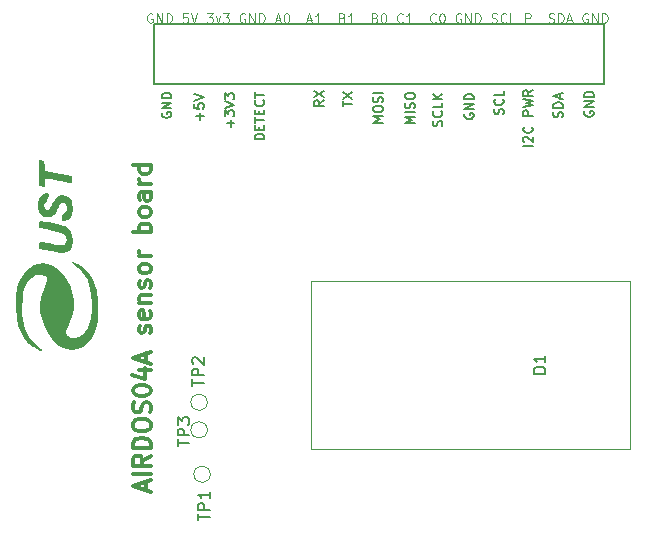
<source format=gbr>
%TF.GenerationSoftware,KiCad,Pcbnew,7.0.8-7.0.8~ubuntu23.04.1*%
%TF.CreationDate,2023-11-12T20:22:20+00:00*%
%TF.ProjectId,AIRDOS04_sensor,41495244-4f53-4303-945f-73656e736f72,REV*%
%TF.SameCoordinates,PX66dd020PY81342c0*%
%TF.FileFunction,Legend,Top*%
%TF.FilePolarity,Positive*%
%FSLAX46Y46*%
G04 Gerber Fmt 4.6, Leading zero omitted, Abs format (unit mm)*
G04 Created by KiCad (PCBNEW 7.0.8-7.0.8~ubuntu23.04.1) date 2023-11-12 20:22:20*
%MOMM*%
%LPD*%
G01*
G04 APERTURE LIST*
%ADD10C,0.150000*%
%ADD11C,0.300000*%
%ADD12C,0.100000*%
%ADD13C,0.120000*%
G04 APERTURE END LIST*
D10*
X22336390Y47135808D02*
X22298295Y47059618D01*
X22298295Y47059618D02*
X22298295Y46945332D01*
X22298295Y46945332D02*
X22336390Y46831046D01*
X22336390Y46831046D02*
X22412580Y46754856D01*
X22412580Y46754856D02*
X22488771Y46716761D01*
X22488771Y46716761D02*
X22641152Y46678665D01*
X22641152Y46678665D02*
X22755438Y46678665D01*
X22755438Y46678665D02*
X22907819Y46716761D01*
X22907819Y46716761D02*
X22984009Y46754856D01*
X22984009Y46754856D02*
X23060200Y46831046D01*
X23060200Y46831046D02*
X23098295Y46945332D01*
X23098295Y46945332D02*
X23098295Y47021523D01*
X23098295Y47021523D02*
X23060200Y47135808D01*
X23060200Y47135808D02*
X23022104Y47173904D01*
X23022104Y47173904D02*
X22755438Y47173904D01*
X22755438Y47173904D02*
X22755438Y47021523D01*
X23098295Y47516761D02*
X22298295Y47516761D01*
X22298295Y47516761D02*
X23098295Y47973904D01*
X23098295Y47973904D02*
X22298295Y47973904D01*
X23098295Y48354856D02*
X22298295Y48354856D01*
X22298295Y48354856D02*
X22298295Y48545332D01*
X22298295Y48545332D02*
X22336390Y48659618D01*
X22336390Y48659618D02*
X22412580Y48735808D01*
X22412580Y48735808D02*
X22488771Y48773903D01*
X22488771Y48773903D02*
X22641152Y48811999D01*
X22641152Y48811999D02*
X22755438Y48811999D01*
X22755438Y48811999D02*
X22907819Y48773903D01*
X22907819Y48773903D02*
X22984009Y48735808D01*
X22984009Y48735808D02*
X23060200Y48659618D01*
X23060200Y48659618D02*
X23098295Y48545332D01*
X23098295Y48545332D02*
X23098295Y48354856D01*
X37589095Y47669275D02*
X37589095Y48126418D01*
X38389095Y47897846D02*
X37589095Y47897846D01*
X37589095Y48316894D02*
X38389095Y48850228D01*
X37589095Y48850228D02*
X38389095Y48316894D01*
X45996400Y45992865D02*
X46034495Y46107151D01*
X46034495Y46107151D02*
X46034495Y46297627D01*
X46034495Y46297627D02*
X45996400Y46373818D01*
X45996400Y46373818D02*
X45958304Y46411913D01*
X45958304Y46411913D02*
X45882114Y46450008D01*
X45882114Y46450008D02*
X45805923Y46450008D01*
X45805923Y46450008D02*
X45729733Y46411913D01*
X45729733Y46411913D02*
X45691638Y46373818D01*
X45691638Y46373818D02*
X45653542Y46297627D01*
X45653542Y46297627D02*
X45615447Y46145246D01*
X45615447Y46145246D02*
X45577352Y46069056D01*
X45577352Y46069056D02*
X45539257Y46030961D01*
X45539257Y46030961D02*
X45463066Y45992865D01*
X45463066Y45992865D02*
X45386876Y45992865D01*
X45386876Y45992865D02*
X45310685Y46030961D01*
X45310685Y46030961D02*
X45272590Y46069056D01*
X45272590Y46069056D02*
X45234495Y46145246D01*
X45234495Y46145246D02*
X45234495Y46335723D01*
X45234495Y46335723D02*
X45272590Y46450008D01*
X45958304Y47250009D02*
X45996400Y47211913D01*
X45996400Y47211913D02*
X46034495Y47097628D01*
X46034495Y47097628D02*
X46034495Y47021437D01*
X46034495Y47021437D02*
X45996400Y46907151D01*
X45996400Y46907151D02*
X45920209Y46830961D01*
X45920209Y46830961D02*
X45844019Y46792866D01*
X45844019Y46792866D02*
X45691638Y46754770D01*
X45691638Y46754770D02*
X45577352Y46754770D01*
X45577352Y46754770D02*
X45424971Y46792866D01*
X45424971Y46792866D02*
X45348780Y46830961D01*
X45348780Y46830961D02*
X45272590Y46907151D01*
X45272590Y46907151D02*
X45234495Y47021437D01*
X45234495Y47021437D02*
X45234495Y47097628D01*
X45234495Y47097628D02*
X45272590Y47211913D01*
X45272590Y47211913D02*
X45310685Y47250009D01*
X46034495Y47973818D02*
X46034495Y47592866D01*
X46034495Y47592866D02*
X45234495Y47592866D01*
X46034495Y48240485D02*
X45234495Y48240485D01*
X46034495Y48697628D02*
X45577352Y48354770D01*
X45234495Y48697628D02*
X45691638Y48240485D01*
X36001495Y48164504D02*
X35620542Y47897837D01*
X36001495Y47707361D02*
X35201495Y47707361D01*
X35201495Y47707361D02*
X35201495Y48012123D01*
X35201495Y48012123D02*
X35239590Y48088313D01*
X35239590Y48088313D02*
X35277685Y48126408D01*
X35277685Y48126408D02*
X35353876Y48164504D01*
X35353876Y48164504D02*
X35468161Y48164504D01*
X35468161Y48164504D02*
X35544352Y48126408D01*
X35544352Y48126408D02*
X35582447Y48088313D01*
X35582447Y48088313D02*
X35620542Y48012123D01*
X35620542Y48012123D02*
X35620542Y47707361D01*
X35201495Y48431170D02*
X36001495Y48964504D01*
X35201495Y48964504D02*
X36001495Y48431170D01*
X28102133Y45903961D02*
X28102133Y46513484D01*
X28406895Y46208723D02*
X27797371Y46208723D01*
X27606895Y46818246D02*
X27606895Y47313484D01*
X27606895Y47313484D02*
X27911657Y47046818D01*
X27911657Y47046818D02*
X27911657Y47161103D01*
X27911657Y47161103D02*
X27949752Y47237294D01*
X27949752Y47237294D02*
X27987847Y47275389D01*
X27987847Y47275389D02*
X28064038Y47313484D01*
X28064038Y47313484D02*
X28254514Y47313484D01*
X28254514Y47313484D02*
X28330704Y47275389D01*
X28330704Y47275389D02*
X28368800Y47237294D01*
X28368800Y47237294D02*
X28406895Y47161103D01*
X28406895Y47161103D02*
X28406895Y46932532D01*
X28406895Y46932532D02*
X28368800Y46856341D01*
X28368800Y46856341D02*
X28330704Y46818246D01*
X27606895Y47542056D02*
X28406895Y47808723D01*
X28406895Y47808723D02*
X27606895Y48075389D01*
X27606895Y48265865D02*
X27606895Y48761103D01*
X27606895Y48761103D02*
X27911657Y48494437D01*
X27911657Y48494437D02*
X27911657Y48608722D01*
X27911657Y48608722D02*
X27949752Y48684913D01*
X27949752Y48684913D02*
X27987847Y48723008D01*
X27987847Y48723008D02*
X28064038Y48761103D01*
X28064038Y48761103D02*
X28254514Y48761103D01*
X28254514Y48761103D02*
X28330704Y48723008D01*
X28330704Y48723008D02*
X28368800Y48684913D01*
X28368800Y48684913D02*
X28406895Y48608722D01*
X28406895Y48608722D02*
X28406895Y48380151D01*
X28406895Y48380151D02*
X28368800Y48303960D01*
X28368800Y48303960D02*
X28330704Y48265865D01*
D11*
X20913757Y15166687D02*
X20913757Y15880972D01*
X21342328Y15023830D02*
X19842328Y15523830D01*
X19842328Y15523830D02*
X21342328Y16023830D01*
X21342328Y16523829D02*
X19842328Y16523829D01*
X21342328Y18095258D02*
X20628042Y17595258D01*
X21342328Y17238115D02*
X19842328Y17238115D01*
X19842328Y17238115D02*
X19842328Y17809544D01*
X19842328Y17809544D02*
X19913757Y17952401D01*
X19913757Y17952401D02*
X19985185Y18023830D01*
X19985185Y18023830D02*
X20128042Y18095258D01*
X20128042Y18095258D02*
X20342328Y18095258D01*
X20342328Y18095258D02*
X20485185Y18023830D01*
X20485185Y18023830D02*
X20556614Y17952401D01*
X20556614Y17952401D02*
X20628042Y17809544D01*
X20628042Y17809544D02*
X20628042Y17238115D01*
X21342328Y18738115D02*
X19842328Y18738115D01*
X19842328Y18738115D02*
X19842328Y19095258D01*
X19842328Y19095258D02*
X19913757Y19309544D01*
X19913757Y19309544D02*
X20056614Y19452401D01*
X20056614Y19452401D02*
X20199471Y19523830D01*
X20199471Y19523830D02*
X20485185Y19595258D01*
X20485185Y19595258D02*
X20699471Y19595258D01*
X20699471Y19595258D02*
X20985185Y19523830D01*
X20985185Y19523830D02*
X21128042Y19452401D01*
X21128042Y19452401D02*
X21270900Y19309544D01*
X21270900Y19309544D02*
X21342328Y19095258D01*
X21342328Y19095258D02*
X21342328Y18738115D01*
X19842328Y20523830D02*
X19842328Y20809544D01*
X19842328Y20809544D02*
X19913757Y20952401D01*
X19913757Y20952401D02*
X20056614Y21095258D01*
X20056614Y21095258D02*
X20342328Y21166687D01*
X20342328Y21166687D02*
X20842328Y21166687D01*
X20842328Y21166687D02*
X21128042Y21095258D01*
X21128042Y21095258D02*
X21270900Y20952401D01*
X21270900Y20952401D02*
X21342328Y20809544D01*
X21342328Y20809544D02*
X21342328Y20523830D01*
X21342328Y20523830D02*
X21270900Y20380972D01*
X21270900Y20380972D02*
X21128042Y20238115D01*
X21128042Y20238115D02*
X20842328Y20166687D01*
X20842328Y20166687D02*
X20342328Y20166687D01*
X20342328Y20166687D02*
X20056614Y20238115D01*
X20056614Y20238115D02*
X19913757Y20380972D01*
X19913757Y20380972D02*
X19842328Y20523830D01*
X21270900Y21738116D02*
X21342328Y21952401D01*
X21342328Y21952401D02*
X21342328Y22309544D01*
X21342328Y22309544D02*
X21270900Y22452401D01*
X21270900Y22452401D02*
X21199471Y22523830D01*
X21199471Y22523830D02*
X21056614Y22595259D01*
X21056614Y22595259D02*
X20913757Y22595259D01*
X20913757Y22595259D02*
X20770900Y22523830D01*
X20770900Y22523830D02*
X20699471Y22452401D01*
X20699471Y22452401D02*
X20628042Y22309544D01*
X20628042Y22309544D02*
X20556614Y22023830D01*
X20556614Y22023830D02*
X20485185Y21880973D01*
X20485185Y21880973D02*
X20413757Y21809544D01*
X20413757Y21809544D02*
X20270900Y21738116D01*
X20270900Y21738116D02*
X20128042Y21738116D01*
X20128042Y21738116D02*
X19985185Y21809544D01*
X19985185Y21809544D02*
X19913757Y21880973D01*
X19913757Y21880973D02*
X19842328Y22023830D01*
X19842328Y22023830D02*
X19842328Y22380973D01*
X19842328Y22380973D02*
X19913757Y22595259D01*
X19842328Y23523830D02*
X19842328Y23666687D01*
X19842328Y23666687D02*
X19913757Y23809544D01*
X19913757Y23809544D02*
X19985185Y23880972D01*
X19985185Y23880972D02*
X20128042Y23952401D01*
X20128042Y23952401D02*
X20413757Y24023830D01*
X20413757Y24023830D02*
X20770900Y24023830D01*
X20770900Y24023830D02*
X21056614Y23952401D01*
X21056614Y23952401D02*
X21199471Y23880972D01*
X21199471Y23880972D02*
X21270900Y23809544D01*
X21270900Y23809544D02*
X21342328Y23666687D01*
X21342328Y23666687D02*
X21342328Y23523830D01*
X21342328Y23523830D02*
X21270900Y23380972D01*
X21270900Y23380972D02*
X21199471Y23309544D01*
X21199471Y23309544D02*
X21056614Y23238115D01*
X21056614Y23238115D02*
X20770900Y23166687D01*
X20770900Y23166687D02*
X20413757Y23166687D01*
X20413757Y23166687D02*
X20128042Y23238115D01*
X20128042Y23238115D02*
X19985185Y23309544D01*
X19985185Y23309544D02*
X19913757Y23380972D01*
X19913757Y23380972D02*
X19842328Y23523830D01*
X20342328Y25309543D02*
X21342328Y25309543D01*
X19770900Y24952401D02*
X20842328Y24595258D01*
X20842328Y24595258D02*
X20842328Y25523829D01*
X20913757Y26023829D02*
X20913757Y26738114D01*
X21342328Y25880972D02*
X19842328Y26380972D01*
X19842328Y26380972D02*
X21342328Y26880972D01*
X21270900Y28452400D02*
X21342328Y28595257D01*
X21342328Y28595257D02*
X21342328Y28880971D01*
X21342328Y28880971D02*
X21270900Y29023828D01*
X21270900Y29023828D02*
X21128042Y29095257D01*
X21128042Y29095257D02*
X21056614Y29095257D01*
X21056614Y29095257D02*
X20913757Y29023828D01*
X20913757Y29023828D02*
X20842328Y28880971D01*
X20842328Y28880971D02*
X20842328Y28666685D01*
X20842328Y28666685D02*
X20770900Y28523828D01*
X20770900Y28523828D02*
X20628042Y28452400D01*
X20628042Y28452400D02*
X20556614Y28452400D01*
X20556614Y28452400D02*
X20413757Y28523828D01*
X20413757Y28523828D02*
X20342328Y28666685D01*
X20342328Y28666685D02*
X20342328Y28880971D01*
X20342328Y28880971D02*
X20413757Y29023828D01*
X21270900Y30309543D02*
X21342328Y30166686D01*
X21342328Y30166686D02*
X21342328Y29880971D01*
X21342328Y29880971D02*
X21270900Y29738114D01*
X21270900Y29738114D02*
X21128042Y29666686D01*
X21128042Y29666686D02*
X20556614Y29666686D01*
X20556614Y29666686D02*
X20413757Y29738114D01*
X20413757Y29738114D02*
X20342328Y29880971D01*
X20342328Y29880971D02*
X20342328Y30166686D01*
X20342328Y30166686D02*
X20413757Y30309543D01*
X20413757Y30309543D02*
X20556614Y30380971D01*
X20556614Y30380971D02*
X20699471Y30380971D01*
X20699471Y30380971D02*
X20842328Y29666686D01*
X20342328Y31023828D02*
X21342328Y31023828D01*
X20485185Y31023828D02*
X20413757Y31095257D01*
X20413757Y31095257D02*
X20342328Y31238114D01*
X20342328Y31238114D02*
X20342328Y31452400D01*
X20342328Y31452400D02*
X20413757Y31595257D01*
X20413757Y31595257D02*
X20556614Y31666685D01*
X20556614Y31666685D02*
X21342328Y31666685D01*
X21270900Y32309543D02*
X21342328Y32452400D01*
X21342328Y32452400D02*
X21342328Y32738114D01*
X21342328Y32738114D02*
X21270900Y32880971D01*
X21270900Y32880971D02*
X21128042Y32952400D01*
X21128042Y32952400D02*
X21056614Y32952400D01*
X21056614Y32952400D02*
X20913757Y32880971D01*
X20913757Y32880971D02*
X20842328Y32738114D01*
X20842328Y32738114D02*
X20842328Y32523828D01*
X20842328Y32523828D02*
X20770900Y32380971D01*
X20770900Y32380971D02*
X20628042Y32309543D01*
X20628042Y32309543D02*
X20556614Y32309543D01*
X20556614Y32309543D02*
X20413757Y32380971D01*
X20413757Y32380971D02*
X20342328Y32523828D01*
X20342328Y32523828D02*
X20342328Y32738114D01*
X20342328Y32738114D02*
X20413757Y32880971D01*
X21342328Y33809543D02*
X21270900Y33666686D01*
X21270900Y33666686D02*
X21199471Y33595257D01*
X21199471Y33595257D02*
X21056614Y33523829D01*
X21056614Y33523829D02*
X20628042Y33523829D01*
X20628042Y33523829D02*
X20485185Y33595257D01*
X20485185Y33595257D02*
X20413757Y33666686D01*
X20413757Y33666686D02*
X20342328Y33809543D01*
X20342328Y33809543D02*
X20342328Y34023829D01*
X20342328Y34023829D02*
X20413757Y34166686D01*
X20413757Y34166686D02*
X20485185Y34238114D01*
X20485185Y34238114D02*
X20628042Y34309543D01*
X20628042Y34309543D02*
X21056614Y34309543D01*
X21056614Y34309543D02*
X21199471Y34238114D01*
X21199471Y34238114D02*
X21270900Y34166686D01*
X21270900Y34166686D02*
X21342328Y34023829D01*
X21342328Y34023829D02*
X21342328Y33809543D01*
X21342328Y34952400D02*
X20342328Y34952400D01*
X20628042Y34952400D02*
X20485185Y35023829D01*
X20485185Y35023829D02*
X20413757Y35095257D01*
X20413757Y35095257D02*
X20342328Y35238115D01*
X20342328Y35238115D02*
X20342328Y35380972D01*
X21342328Y37023828D02*
X19842328Y37023828D01*
X20413757Y37023828D02*
X20342328Y37166685D01*
X20342328Y37166685D02*
X20342328Y37452400D01*
X20342328Y37452400D02*
X20413757Y37595257D01*
X20413757Y37595257D02*
X20485185Y37666685D01*
X20485185Y37666685D02*
X20628042Y37738114D01*
X20628042Y37738114D02*
X21056614Y37738114D01*
X21056614Y37738114D02*
X21199471Y37666685D01*
X21199471Y37666685D02*
X21270900Y37595257D01*
X21270900Y37595257D02*
X21342328Y37452400D01*
X21342328Y37452400D02*
X21342328Y37166685D01*
X21342328Y37166685D02*
X21270900Y37023828D01*
X21342328Y38595257D02*
X21270900Y38452400D01*
X21270900Y38452400D02*
X21199471Y38380971D01*
X21199471Y38380971D02*
X21056614Y38309543D01*
X21056614Y38309543D02*
X20628042Y38309543D01*
X20628042Y38309543D02*
X20485185Y38380971D01*
X20485185Y38380971D02*
X20413757Y38452400D01*
X20413757Y38452400D02*
X20342328Y38595257D01*
X20342328Y38595257D02*
X20342328Y38809543D01*
X20342328Y38809543D02*
X20413757Y38952400D01*
X20413757Y38952400D02*
X20485185Y39023828D01*
X20485185Y39023828D02*
X20628042Y39095257D01*
X20628042Y39095257D02*
X21056614Y39095257D01*
X21056614Y39095257D02*
X21199471Y39023828D01*
X21199471Y39023828D02*
X21270900Y38952400D01*
X21270900Y38952400D02*
X21342328Y38809543D01*
X21342328Y38809543D02*
X21342328Y38595257D01*
X21342328Y40380971D02*
X20556614Y40380971D01*
X20556614Y40380971D02*
X20413757Y40309543D01*
X20413757Y40309543D02*
X20342328Y40166686D01*
X20342328Y40166686D02*
X20342328Y39880971D01*
X20342328Y39880971D02*
X20413757Y39738114D01*
X21270900Y40380971D02*
X21342328Y40238114D01*
X21342328Y40238114D02*
X21342328Y39880971D01*
X21342328Y39880971D02*
X21270900Y39738114D01*
X21270900Y39738114D02*
X21128042Y39666686D01*
X21128042Y39666686D02*
X20985185Y39666686D01*
X20985185Y39666686D02*
X20842328Y39738114D01*
X20842328Y39738114D02*
X20770900Y39880971D01*
X20770900Y39880971D02*
X20770900Y40238114D01*
X20770900Y40238114D02*
X20699471Y40380971D01*
X21342328Y41095257D02*
X20342328Y41095257D01*
X20628042Y41095257D02*
X20485185Y41166686D01*
X20485185Y41166686D02*
X20413757Y41238114D01*
X20413757Y41238114D02*
X20342328Y41380972D01*
X20342328Y41380972D02*
X20342328Y41523829D01*
X21342328Y42666685D02*
X19842328Y42666685D01*
X21270900Y42666685D02*
X21342328Y42523828D01*
X21342328Y42523828D02*
X21342328Y42238114D01*
X21342328Y42238114D02*
X21270900Y42095257D01*
X21270900Y42095257D02*
X21199471Y42023828D01*
X21199471Y42023828D02*
X21056614Y41952400D01*
X21056614Y41952400D02*
X20628042Y41952400D01*
X20628042Y41952400D02*
X20485185Y42023828D01*
X20485185Y42023828D02*
X20413757Y42095257D01*
X20413757Y42095257D02*
X20342328Y42238114D01*
X20342328Y42238114D02*
X20342328Y42523828D01*
X20342328Y42523828D02*
X20413757Y42666685D01*
D10*
X30946895Y44862561D02*
X30146895Y44862561D01*
X30146895Y44862561D02*
X30146895Y45053037D01*
X30146895Y45053037D02*
X30184990Y45167323D01*
X30184990Y45167323D02*
X30261180Y45243513D01*
X30261180Y45243513D02*
X30337371Y45281608D01*
X30337371Y45281608D02*
X30489752Y45319704D01*
X30489752Y45319704D02*
X30604038Y45319704D01*
X30604038Y45319704D02*
X30756419Y45281608D01*
X30756419Y45281608D02*
X30832609Y45243513D01*
X30832609Y45243513D02*
X30908800Y45167323D01*
X30908800Y45167323D02*
X30946895Y45053037D01*
X30946895Y45053037D02*
X30946895Y44862561D01*
X30527847Y45662561D02*
X30527847Y45929227D01*
X30946895Y46043513D02*
X30946895Y45662561D01*
X30946895Y45662561D02*
X30146895Y45662561D01*
X30146895Y45662561D02*
X30146895Y46043513D01*
X30146895Y46272085D02*
X30146895Y46729228D01*
X30946895Y46500656D02*
X30146895Y46500656D01*
X30527847Y46995895D02*
X30527847Y47262561D01*
X30946895Y47376847D02*
X30946895Y46995895D01*
X30946895Y46995895D02*
X30146895Y46995895D01*
X30146895Y46995895D02*
X30146895Y47376847D01*
X30870704Y48176848D02*
X30908800Y48138752D01*
X30908800Y48138752D02*
X30946895Y48024467D01*
X30946895Y48024467D02*
X30946895Y47948276D01*
X30946895Y47948276D02*
X30908800Y47833990D01*
X30908800Y47833990D02*
X30832609Y47757800D01*
X30832609Y47757800D02*
X30756419Y47719705D01*
X30756419Y47719705D02*
X30604038Y47681609D01*
X30604038Y47681609D02*
X30489752Y47681609D01*
X30489752Y47681609D02*
X30337371Y47719705D01*
X30337371Y47719705D02*
X30261180Y47757800D01*
X30261180Y47757800D02*
X30184990Y47833990D01*
X30184990Y47833990D02*
X30146895Y47948276D01*
X30146895Y47948276D02*
X30146895Y48024467D01*
X30146895Y48024467D02*
X30184990Y48138752D01*
X30184990Y48138752D02*
X30223085Y48176848D01*
X30146895Y48405419D02*
X30146895Y48862562D01*
X30946895Y48633990D02*
X30146895Y48633990D01*
X47939590Y47034208D02*
X47901495Y46958018D01*
X47901495Y46958018D02*
X47901495Y46843732D01*
X47901495Y46843732D02*
X47939590Y46729446D01*
X47939590Y46729446D02*
X48015780Y46653256D01*
X48015780Y46653256D02*
X48091971Y46615161D01*
X48091971Y46615161D02*
X48244352Y46577065D01*
X48244352Y46577065D02*
X48358638Y46577065D01*
X48358638Y46577065D02*
X48511019Y46615161D01*
X48511019Y46615161D02*
X48587209Y46653256D01*
X48587209Y46653256D02*
X48663400Y46729446D01*
X48663400Y46729446D02*
X48701495Y46843732D01*
X48701495Y46843732D02*
X48701495Y46919923D01*
X48701495Y46919923D02*
X48663400Y47034208D01*
X48663400Y47034208D02*
X48625304Y47072304D01*
X48625304Y47072304D02*
X48358638Y47072304D01*
X48358638Y47072304D02*
X48358638Y46919923D01*
X48701495Y47415161D02*
X47901495Y47415161D01*
X47901495Y47415161D02*
X48701495Y47872304D01*
X48701495Y47872304D02*
X47901495Y47872304D01*
X48701495Y48253256D02*
X47901495Y48253256D01*
X47901495Y48253256D02*
X47901495Y48443732D01*
X47901495Y48443732D02*
X47939590Y48558018D01*
X47939590Y48558018D02*
X48015780Y48634208D01*
X48015780Y48634208D02*
X48091971Y48672303D01*
X48091971Y48672303D02*
X48244352Y48710399D01*
X48244352Y48710399D02*
X48358638Y48710399D01*
X48358638Y48710399D02*
X48511019Y48672303D01*
X48511019Y48672303D02*
X48587209Y48634208D01*
X48587209Y48634208D02*
X48663400Y48558018D01*
X48663400Y48558018D02*
X48701495Y48443732D01*
X48701495Y48443732D02*
X48701495Y48253256D01*
X25511333Y46513561D02*
X25511333Y47123084D01*
X25816095Y46818323D02*
X25206571Y46818323D01*
X25016095Y47884989D02*
X25016095Y47504037D01*
X25016095Y47504037D02*
X25397047Y47465941D01*
X25397047Y47465941D02*
X25358952Y47504037D01*
X25358952Y47504037D02*
X25320857Y47580227D01*
X25320857Y47580227D02*
X25320857Y47770703D01*
X25320857Y47770703D02*
X25358952Y47846894D01*
X25358952Y47846894D02*
X25397047Y47884989D01*
X25397047Y47884989D02*
X25473238Y47923084D01*
X25473238Y47923084D02*
X25663714Y47923084D01*
X25663714Y47923084D02*
X25739904Y47884989D01*
X25739904Y47884989D02*
X25778000Y47846894D01*
X25778000Y47846894D02*
X25816095Y47770703D01*
X25816095Y47770703D02*
X25816095Y47580227D01*
X25816095Y47580227D02*
X25778000Y47504037D01*
X25778000Y47504037D02*
X25739904Y47465941D01*
X25016095Y48151656D02*
X25816095Y48418323D01*
X25816095Y48418323D02*
X25016095Y48684989D01*
D12*
X21477912Y55500410D02*
X21401722Y55538505D01*
X21401722Y55538505D02*
X21287436Y55538505D01*
X21287436Y55538505D02*
X21173150Y55500410D01*
X21173150Y55500410D02*
X21096960Y55424220D01*
X21096960Y55424220D02*
X21058865Y55348029D01*
X21058865Y55348029D02*
X21020769Y55195648D01*
X21020769Y55195648D02*
X21020769Y55081362D01*
X21020769Y55081362D02*
X21058865Y54928981D01*
X21058865Y54928981D02*
X21096960Y54852791D01*
X21096960Y54852791D02*
X21173150Y54776600D01*
X21173150Y54776600D02*
X21287436Y54738505D01*
X21287436Y54738505D02*
X21363627Y54738505D01*
X21363627Y54738505D02*
X21477912Y54776600D01*
X21477912Y54776600D02*
X21516008Y54814696D01*
X21516008Y54814696D02*
X21516008Y55081362D01*
X21516008Y55081362D02*
X21363627Y55081362D01*
X21858865Y54738505D02*
X21858865Y55538505D01*
X21858865Y55538505D02*
X22316008Y54738505D01*
X22316008Y54738505D02*
X22316008Y55538505D01*
X22696960Y54738505D02*
X22696960Y55538505D01*
X22696960Y55538505D02*
X22887436Y55538505D01*
X22887436Y55538505D02*
X23001722Y55500410D01*
X23001722Y55500410D02*
X23077912Y55424220D01*
X23077912Y55424220D02*
X23116007Y55348029D01*
X23116007Y55348029D02*
X23154103Y55195648D01*
X23154103Y55195648D02*
X23154103Y55081362D01*
X23154103Y55081362D02*
X23116007Y54928981D01*
X23116007Y54928981D02*
X23077912Y54852791D01*
X23077912Y54852791D02*
X23001722Y54776600D01*
X23001722Y54776600D02*
X22887436Y54738505D01*
X22887436Y54738505D02*
X22696960Y54738505D01*
X24487436Y55538505D02*
X24106484Y55538505D01*
X24106484Y55538505D02*
X24068388Y55157553D01*
X24068388Y55157553D02*
X24106484Y55195648D01*
X24106484Y55195648D02*
X24182674Y55233743D01*
X24182674Y55233743D02*
X24373150Y55233743D01*
X24373150Y55233743D02*
X24449341Y55195648D01*
X24449341Y55195648D02*
X24487436Y55157553D01*
X24487436Y55157553D02*
X24525531Y55081362D01*
X24525531Y55081362D02*
X24525531Y54890886D01*
X24525531Y54890886D02*
X24487436Y54814696D01*
X24487436Y54814696D02*
X24449341Y54776600D01*
X24449341Y54776600D02*
X24373150Y54738505D01*
X24373150Y54738505D02*
X24182674Y54738505D01*
X24182674Y54738505D02*
X24106484Y54776600D01*
X24106484Y54776600D02*
X24068388Y54814696D01*
X24754103Y55538505D02*
X25020770Y54738505D01*
X25020770Y54738505D02*
X25287436Y55538505D01*
X26087436Y55538505D02*
X26582674Y55538505D01*
X26582674Y55538505D02*
X26316008Y55233743D01*
X26316008Y55233743D02*
X26430293Y55233743D01*
X26430293Y55233743D02*
X26506484Y55195648D01*
X26506484Y55195648D02*
X26544579Y55157553D01*
X26544579Y55157553D02*
X26582674Y55081362D01*
X26582674Y55081362D02*
X26582674Y54890886D01*
X26582674Y54890886D02*
X26544579Y54814696D01*
X26544579Y54814696D02*
X26506484Y54776600D01*
X26506484Y54776600D02*
X26430293Y54738505D01*
X26430293Y54738505D02*
X26201722Y54738505D01*
X26201722Y54738505D02*
X26125531Y54776600D01*
X26125531Y54776600D02*
X26087436Y54814696D01*
X26849341Y55271839D02*
X27039817Y54738505D01*
X27039817Y54738505D02*
X27230294Y55271839D01*
X27458865Y55538505D02*
X27954103Y55538505D01*
X27954103Y55538505D02*
X27687437Y55233743D01*
X27687437Y55233743D02*
X27801722Y55233743D01*
X27801722Y55233743D02*
X27877913Y55195648D01*
X27877913Y55195648D02*
X27916008Y55157553D01*
X27916008Y55157553D02*
X27954103Y55081362D01*
X27954103Y55081362D02*
X27954103Y54890886D01*
X27954103Y54890886D02*
X27916008Y54814696D01*
X27916008Y54814696D02*
X27877913Y54776600D01*
X27877913Y54776600D02*
X27801722Y54738505D01*
X27801722Y54738505D02*
X27573151Y54738505D01*
X27573151Y54738505D02*
X27496960Y54776600D01*
X27496960Y54776600D02*
X27458865Y54814696D01*
X29325532Y55500410D02*
X29249342Y55538505D01*
X29249342Y55538505D02*
X29135056Y55538505D01*
X29135056Y55538505D02*
X29020770Y55500410D01*
X29020770Y55500410D02*
X28944580Y55424220D01*
X28944580Y55424220D02*
X28906485Y55348029D01*
X28906485Y55348029D02*
X28868389Y55195648D01*
X28868389Y55195648D02*
X28868389Y55081362D01*
X28868389Y55081362D02*
X28906485Y54928981D01*
X28906485Y54928981D02*
X28944580Y54852791D01*
X28944580Y54852791D02*
X29020770Y54776600D01*
X29020770Y54776600D02*
X29135056Y54738505D01*
X29135056Y54738505D02*
X29211247Y54738505D01*
X29211247Y54738505D02*
X29325532Y54776600D01*
X29325532Y54776600D02*
X29363628Y54814696D01*
X29363628Y54814696D02*
X29363628Y55081362D01*
X29363628Y55081362D02*
X29211247Y55081362D01*
X29706485Y54738505D02*
X29706485Y55538505D01*
X29706485Y55538505D02*
X30163628Y54738505D01*
X30163628Y54738505D02*
X30163628Y55538505D01*
X30544580Y54738505D02*
X30544580Y55538505D01*
X30544580Y55538505D02*
X30735056Y55538505D01*
X30735056Y55538505D02*
X30849342Y55500410D01*
X30849342Y55500410D02*
X30925532Y55424220D01*
X30925532Y55424220D02*
X30963627Y55348029D01*
X30963627Y55348029D02*
X31001723Y55195648D01*
X31001723Y55195648D02*
X31001723Y55081362D01*
X31001723Y55081362D02*
X30963627Y54928981D01*
X30963627Y54928981D02*
X30925532Y54852791D01*
X30925532Y54852791D02*
X30849342Y54776600D01*
X30849342Y54776600D02*
X30735056Y54738505D01*
X30735056Y54738505D02*
X30544580Y54738505D01*
X31916008Y54967077D02*
X32296961Y54967077D01*
X31839818Y54738505D02*
X32106485Y55538505D01*
X32106485Y55538505D02*
X32373151Y54738505D01*
X32792199Y55538505D02*
X32868389Y55538505D01*
X32868389Y55538505D02*
X32944580Y55500410D01*
X32944580Y55500410D02*
X32982675Y55462315D01*
X32982675Y55462315D02*
X33020770Y55386124D01*
X33020770Y55386124D02*
X33058865Y55233743D01*
X33058865Y55233743D02*
X33058865Y55043267D01*
X33058865Y55043267D02*
X33020770Y54890886D01*
X33020770Y54890886D02*
X32982675Y54814696D01*
X32982675Y54814696D02*
X32944580Y54776600D01*
X32944580Y54776600D02*
X32868389Y54738505D01*
X32868389Y54738505D02*
X32792199Y54738505D01*
X32792199Y54738505D02*
X32716008Y54776600D01*
X32716008Y54776600D02*
X32677913Y54814696D01*
X32677913Y54814696D02*
X32639818Y54890886D01*
X32639818Y54890886D02*
X32601722Y55043267D01*
X32601722Y55043267D02*
X32601722Y55233743D01*
X32601722Y55233743D02*
X32639818Y55386124D01*
X32639818Y55386124D02*
X32677913Y55462315D01*
X32677913Y55462315D02*
X32716008Y55500410D01*
X32716008Y55500410D02*
X32792199Y55538505D01*
X34582675Y54967077D02*
X34963628Y54967077D01*
X34506485Y54738505D02*
X34773152Y55538505D01*
X34773152Y55538505D02*
X35039818Y54738505D01*
X35725532Y54738505D02*
X35268389Y54738505D01*
X35496961Y54738505D02*
X35496961Y55538505D01*
X35496961Y55538505D02*
X35420770Y55424220D01*
X35420770Y55424220D02*
X35344580Y55348029D01*
X35344580Y55348029D02*
X35268389Y55309934D01*
X37554104Y55157553D02*
X37668390Y55119458D01*
X37668390Y55119458D02*
X37706485Y55081362D01*
X37706485Y55081362D02*
X37744581Y55005172D01*
X37744581Y55005172D02*
X37744581Y54890886D01*
X37744581Y54890886D02*
X37706485Y54814696D01*
X37706485Y54814696D02*
X37668390Y54776600D01*
X37668390Y54776600D02*
X37592200Y54738505D01*
X37592200Y54738505D02*
X37287438Y54738505D01*
X37287438Y54738505D02*
X37287438Y55538505D01*
X37287438Y55538505D02*
X37554104Y55538505D01*
X37554104Y55538505D02*
X37630295Y55500410D01*
X37630295Y55500410D02*
X37668390Y55462315D01*
X37668390Y55462315D02*
X37706485Y55386124D01*
X37706485Y55386124D02*
X37706485Y55309934D01*
X37706485Y55309934D02*
X37668390Y55233743D01*
X37668390Y55233743D02*
X37630295Y55195648D01*
X37630295Y55195648D02*
X37554104Y55157553D01*
X37554104Y55157553D02*
X37287438Y55157553D01*
X38506485Y54738505D02*
X38049342Y54738505D01*
X38277914Y54738505D02*
X38277914Y55538505D01*
X38277914Y55538505D02*
X38201723Y55424220D01*
X38201723Y55424220D02*
X38125533Y55348029D01*
X38125533Y55348029D02*
X38049342Y55309934D01*
X40335057Y55157553D02*
X40449343Y55119458D01*
X40449343Y55119458D02*
X40487438Y55081362D01*
X40487438Y55081362D02*
X40525534Y55005172D01*
X40525534Y55005172D02*
X40525534Y54890886D01*
X40525534Y54890886D02*
X40487438Y54814696D01*
X40487438Y54814696D02*
X40449343Y54776600D01*
X40449343Y54776600D02*
X40373153Y54738505D01*
X40373153Y54738505D02*
X40068391Y54738505D01*
X40068391Y54738505D02*
X40068391Y55538505D01*
X40068391Y55538505D02*
X40335057Y55538505D01*
X40335057Y55538505D02*
X40411248Y55500410D01*
X40411248Y55500410D02*
X40449343Y55462315D01*
X40449343Y55462315D02*
X40487438Y55386124D01*
X40487438Y55386124D02*
X40487438Y55309934D01*
X40487438Y55309934D02*
X40449343Y55233743D01*
X40449343Y55233743D02*
X40411248Y55195648D01*
X40411248Y55195648D02*
X40335057Y55157553D01*
X40335057Y55157553D02*
X40068391Y55157553D01*
X41020772Y55538505D02*
X41096962Y55538505D01*
X41096962Y55538505D02*
X41173153Y55500410D01*
X41173153Y55500410D02*
X41211248Y55462315D01*
X41211248Y55462315D02*
X41249343Y55386124D01*
X41249343Y55386124D02*
X41287438Y55233743D01*
X41287438Y55233743D02*
X41287438Y55043267D01*
X41287438Y55043267D02*
X41249343Y54890886D01*
X41249343Y54890886D02*
X41211248Y54814696D01*
X41211248Y54814696D02*
X41173153Y54776600D01*
X41173153Y54776600D02*
X41096962Y54738505D01*
X41096962Y54738505D02*
X41020772Y54738505D01*
X41020772Y54738505D02*
X40944581Y54776600D01*
X40944581Y54776600D02*
X40906486Y54814696D01*
X40906486Y54814696D02*
X40868391Y54890886D01*
X40868391Y54890886D02*
X40830295Y55043267D01*
X40830295Y55043267D02*
X40830295Y55233743D01*
X40830295Y55233743D02*
X40868391Y55386124D01*
X40868391Y55386124D02*
X40906486Y55462315D01*
X40906486Y55462315D02*
X40944581Y55500410D01*
X40944581Y55500410D02*
X41020772Y55538505D01*
X42696963Y54814696D02*
X42658867Y54776600D01*
X42658867Y54776600D02*
X42544582Y54738505D01*
X42544582Y54738505D02*
X42468391Y54738505D01*
X42468391Y54738505D02*
X42354105Y54776600D01*
X42354105Y54776600D02*
X42277915Y54852791D01*
X42277915Y54852791D02*
X42239820Y54928981D01*
X42239820Y54928981D02*
X42201724Y55081362D01*
X42201724Y55081362D02*
X42201724Y55195648D01*
X42201724Y55195648D02*
X42239820Y55348029D01*
X42239820Y55348029D02*
X42277915Y55424220D01*
X42277915Y55424220D02*
X42354105Y55500410D01*
X42354105Y55500410D02*
X42468391Y55538505D01*
X42468391Y55538505D02*
X42544582Y55538505D01*
X42544582Y55538505D02*
X42658867Y55500410D01*
X42658867Y55500410D02*
X42696963Y55462315D01*
X43458867Y54738505D02*
X43001724Y54738505D01*
X43230296Y54738505D02*
X43230296Y55538505D01*
X43230296Y55538505D02*
X43154105Y55424220D01*
X43154105Y55424220D02*
X43077915Y55348029D01*
X43077915Y55348029D02*
X43001724Y55309934D01*
X45477916Y54814696D02*
X45439820Y54776600D01*
X45439820Y54776600D02*
X45325535Y54738505D01*
X45325535Y54738505D02*
X45249344Y54738505D01*
X45249344Y54738505D02*
X45135058Y54776600D01*
X45135058Y54776600D02*
X45058868Y54852791D01*
X45058868Y54852791D02*
X45020773Y54928981D01*
X45020773Y54928981D02*
X44982677Y55081362D01*
X44982677Y55081362D02*
X44982677Y55195648D01*
X44982677Y55195648D02*
X45020773Y55348029D01*
X45020773Y55348029D02*
X45058868Y55424220D01*
X45058868Y55424220D02*
X45135058Y55500410D01*
X45135058Y55500410D02*
X45249344Y55538505D01*
X45249344Y55538505D02*
X45325535Y55538505D01*
X45325535Y55538505D02*
X45439820Y55500410D01*
X45439820Y55500410D02*
X45477916Y55462315D01*
X45973154Y55538505D02*
X46049344Y55538505D01*
X46049344Y55538505D02*
X46125535Y55500410D01*
X46125535Y55500410D02*
X46163630Y55462315D01*
X46163630Y55462315D02*
X46201725Y55386124D01*
X46201725Y55386124D02*
X46239820Y55233743D01*
X46239820Y55233743D02*
X46239820Y55043267D01*
X46239820Y55043267D02*
X46201725Y54890886D01*
X46201725Y54890886D02*
X46163630Y54814696D01*
X46163630Y54814696D02*
X46125535Y54776600D01*
X46125535Y54776600D02*
X46049344Y54738505D01*
X46049344Y54738505D02*
X45973154Y54738505D01*
X45973154Y54738505D02*
X45896963Y54776600D01*
X45896963Y54776600D02*
X45858868Y54814696D01*
X45858868Y54814696D02*
X45820773Y54890886D01*
X45820773Y54890886D02*
X45782677Y55043267D01*
X45782677Y55043267D02*
X45782677Y55233743D01*
X45782677Y55233743D02*
X45820773Y55386124D01*
X45820773Y55386124D02*
X45858868Y55462315D01*
X45858868Y55462315D02*
X45896963Y55500410D01*
X45896963Y55500410D02*
X45973154Y55538505D01*
X47611249Y55500410D02*
X47535059Y55538505D01*
X47535059Y55538505D02*
X47420773Y55538505D01*
X47420773Y55538505D02*
X47306487Y55500410D01*
X47306487Y55500410D02*
X47230297Y55424220D01*
X47230297Y55424220D02*
X47192202Y55348029D01*
X47192202Y55348029D02*
X47154106Y55195648D01*
X47154106Y55195648D02*
X47154106Y55081362D01*
X47154106Y55081362D02*
X47192202Y54928981D01*
X47192202Y54928981D02*
X47230297Y54852791D01*
X47230297Y54852791D02*
X47306487Y54776600D01*
X47306487Y54776600D02*
X47420773Y54738505D01*
X47420773Y54738505D02*
X47496964Y54738505D01*
X47496964Y54738505D02*
X47611249Y54776600D01*
X47611249Y54776600D02*
X47649345Y54814696D01*
X47649345Y54814696D02*
X47649345Y55081362D01*
X47649345Y55081362D02*
X47496964Y55081362D01*
X47992202Y54738505D02*
X47992202Y55538505D01*
X47992202Y55538505D02*
X48449345Y54738505D01*
X48449345Y54738505D02*
X48449345Y55538505D01*
X48830297Y54738505D02*
X48830297Y55538505D01*
X48830297Y55538505D02*
X49020773Y55538505D01*
X49020773Y55538505D02*
X49135059Y55500410D01*
X49135059Y55500410D02*
X49211249Y55424220D01*
X49211249Y55424220D02*
X49249344Y55348029D01*
X49249344Y55348029D02*
X49287440Y55195648D01*
X49287440Y55195648D02*
X49287440Y55081362D01*
X49287440Y55081362D02*
X49249344Y54928981D01*
X49249344Y54928981D02*
X49211249Y54852791D01*
X49211249Y54852791D02*
X49135059Y54776600D01*
X49135059Y54776600D02*
X49020773Y54738505D01*
X49020773Y54738505D02*
X48830297Y54738505D01*
X50201725Y54776600D02*
X50316011Y54738505D01*
X50316011Y54738505D02*
X50506487Y54738505D01*
X50506487Y54738505D02*
X50582678Y54776600D01*
X50582678Y54776600D02*
X50620773Y54814696D01*
X50620773Y54814696D02*
X50658868Y54890886D01*
X50658868Y54890886D02*
X50658868Y54967077D01*
X50658868Y54967077D02*
X50620773Y55043267D01*
X50620773Y55043267D02*
X50582678Y55081362D01*
X50582678Y55081362D02*
X50506487Y55119458D01*
X50506487Y55119458D02*
X50354106Y55157553D01*
X50354106Y55157553D02*
X50277916Y55195648D01*
X50277916Y55195648D02*
X50239821Y55233743D01*
X50239821Y55233743D02*
X50201725Y55309934D01*
X50201725Y55309934D02*
X50201725Y55386124D01*
X50201725Y55386124D02*
X50239821Y55462315D01*
X50239821Y55462315D02*
X50277916Y55500410D01*
X50277916Y55500410D02*
X50354106Y55538505D01*
X50354106Y55538505D02*
X50544583Y55538505D01*
X50544583Y55538505D02*
X50658868Y55500410D01*
X51458869Y54814696D02*
X51420773Y54776600D01*
X51420773Y54776600D02*
X51306488Y54738505D01*
X51306488Y54738505D02*
X51230297Y54738505D01*
X51230297Y54738505D02*
X51116011Y54776600D01*
X51116011Y54776600D02*
X51039821Y54852791D01*
X51039821Y54852791D02*
X51001726Y54928981D01*
X51001726Y54928981D02*
X50963630Y55081362D01*
X50963630Y55081362D02*
X50963630Y55195648D01*
X50963630Y55195648D02*
X51001726Y55348029D01*
X51001726Y55348029D02*
X51039821Y55424220D01*
X51039821Y55424220D02*
X51116011Y55500410D01*
X51116011Y55500410D02*
X51230297Y55538505D01*
X51230297Y55538505D02*
X51306488Y55538505D01*
X51306488Y55538505D02*
X51420773Y55500410D01*
X51420773Y55500410D02*
X51458869Y55462315D01*
X52182678Y54738505D02*
X51801726Y54738505D01*
X51801726Y54738505D02*
X51801726Y55538505D01*
X53058869Y54738505D02*
X53058869Y55538505D01*
X53058869Y55538505D02*
X53363631Y55538505D01*
X53363631Y55538505D02*
X53439821Y55500410D01*
X53439821Y55500410D02*
X53477916Y55462315D01*
X53477916Y55462315D02*
X53516012Y55386124D01*
X53516012Y55386124D02*
X53516012Y55271839D01*
X53516012Y55271839D02*
X53477916Y55195648D01*
X53477916Y55195648D02*
X53439821Y55157553D01*
X53439821Y55157553D02*
X53363631Y55119458D01*
X53363631Y55119458D02*
X53058869Y55119458D01*
X55039821Y54776600D02*
X55154107Y54738505D01*
X55154107Y54738505D02*
X55344583Y54738505D01*
X55344583Y54738505D02*
X55420774Y54776600D01*
X55420774Y54776600D02*
X55458869Y54814696D01*
X55458869Y54814696D02*
X55496964Y54890886D01*
X55496964Y54890886D02*
X55496964Y54967077D01*
X55496964Y54967077D02*
X55458869Y55043267D01*
X55458869Y55043267D02*
X55420774Y55081362D01*
X55420774Y55081362D02*
X55344583Y55119458D01*
X55344583Y55119458D02*
X55192202Y55157553D01*
X55192202Y55157553D02*
X55116012Y55195648D01*
X55116012Y55195648D02*
X55077917Y55233743D01*
X55077917Y55233743D02*
X55039821Y55309934D01*
X55039821Y55309934D02*
X55039821Y55386124D01*
X55039821Y55386124D02*
X55077917Y55462315D01*
X55077917Y55462315D02*
X55116012Y55500410D01*
X55116012Y55500410D02*
X55192202Y55538505D01*
X55192202Y55538505D02*
X55382679Y55538505D01*
X55382679Y55538505D02*
X55496964Y55500410D01*
X55839822Y54738505D02*
X55839822Y55538505D01*
X55839822Y55538505D02*
X56030298Y55538505D01*
X56030298Y55538505D02*
X56144584Y55500410D01*
X56144584Y55500410D02*
X56220774Y55424220D01*
X56220774Y55424220D02*
X56258869Y55348029D01*
X56258869Y55348029D02*
X56296965Y55195648D01*
X56296965Y55195648D02*
X56296965Y55081362D01*
X56296965Y55081362D02*
X56258869Y54928981D01*
X56258869Y54928981D02*
X56220774Y54852791D01*
X56220774Y54852791D02*
X56144584Y54776600D01*
X56144584Y54776600D02*
X56030298Y54738505D01*
X56030298Y54738505D02*
X55839822Y54738505D01*
X56601726Y54967077D02*
X56982679Y54967077D01*
X56525536Y54738505D02*
X56792203Y55538505D01*
X56792203Y55538505D02*
X57058869Y54738505D01*
X58354107Y55500410D02*
X58277917Y55538505D01*
X58277917Y55538505D02*
X58163631Y55538505D01*
X58163631Y55538505D02*
X58049345Y55500410D01*
X58049345Y55500410D02*
X57973155Y55424220D01*
X57973155Y55424220D02*
X57935060Y55348029D01*
X57935060Y55348029D02*
X57896964Y55195648D01*
X57896964Y55195648D02*
X57896964Y55081362D01*
X57896964Y55081362D02*
X57935060Y54928981D01*
X57935060Y54928981D02*
X57973155Y54852791D01*
X57973155Y54852791D02*
X58049345Y54776600D01*
X58049345Y54776600D02*
X58163631Y54738505D01*
X58163631Y54738505D02*
X58239822Y54738505D01*
X58239822Y54738505D02*
X58354107Y54776600D01*
X58354107Y54776600D02*
X58392203Y54814696D01*
X58392203Y54814696D02*
X58392203Y55081362D01*
X58392203Y55081362D02*
X58239822Y55081362D01*
X58735060Y54738505D02*
X58735060Y55538505D01*
X58735060Y55538505D02*
X59192203Y54738505D01*
X59192203Y54738505D02*
X59192203Y55538505D01*
X59573155Y54738505D02*
X59573155Y55538505D01*
X59573155Y55538505D02*
X59763631Y55538505D01*
X59763631Y55538505D02*
X59877917Y55500410D01*
X59877917Y55500410D02*
X59954107Y55424220D01*
X59954107Y55424220D02*
X59992202Y55348029D01*
X59992202Y55348029D02*
X60030298Y55195648D01*
X60030298Y55195648D02*
X60030298Y55081362D01*
X60030298Y55081362D02*
X59992202Y54928981D01*
X59992202Y54928981D02*
X59954107Y54852791D01*
X59954107Y54852791D02*
X59877917Y54776600D01*
X59877917Y54776600D02*
X59763631Y54738505D01*
X59763631Y54738505D02*
X59573155Y54738505D01*
D10*
X56207200Y46754865D02*
X56245295Y46869151D01*
X56245295Y46869151D02*
X56245295Y47059627D01*
X56245295Y47059627D02*
X56207200Y47135818D01*
X56207200Y47135818D02*
X56169104Y47173913D01*
X56169104Y47173913D02*
X56092914Y47212008D01*
X56092914Y47212008D02*
X56016723Y47212008D01*
X56016723Y47212008D02*
X55940533Y47173913D01*
X55940533Y47173913D02*
X55902438Y47135818D01*
X55902438Y47135818D02*
X55864342Y47059627D01*
X55864342Y47059627D02*
X55826247Y46907246D01*
X55826247Y46907246D02*
X55788152Y46831056D01*
X55788152Y46831056D02*
X55750057Y46792961D01*
X55750057Y46792961D02*
X55673866Y46754865D01*
X55673866Y46754865D02*
X55597676Y46754865D01*
X55597676Y46754865D02*
X55521485Y46792961D01*
X55521485Y46792961D02*
X55483390Y46831056D01*
X55483390Y46831056D02*
X55445295Y46907246D01*
X55445295Y46907246D02*
X55445295Y47097723D01*
X55445295Y47097723D02*
X55483390Y47212008D01*
X56245295Y47554866D02*
X55445295Y47554866D01*
X55445295Y47554866D02*
X55445295Y47745342D01*
X55445295Y47745342D02*
X55483390Y47859628D01*
X55483390Y47859628D02*
X55559580Y47935818D01*
X55559580Y47935818D02*
X55635771Y47973913D01*
X55635771Y47973913D02*
X55788152Y48012009D01*
X55788152Y48012009D02*
X55902438Y48012009D01*
X55902438Y48012009D02*
X56054819Y47973913D01*
X56054819Y47973913D02*
X56131009Y47935818D01*
X56131009Y47935818D02*
X56207200Y47859628D01*
X56207200Y47859628D02*
X56245295Y47745342D01*
X56245295Y47745342D02*
X56245295Y47554866D01*
X56016723Y48316770D02*
X56016723Y48697723D01*
X56245295Y48240580D02*
X55445295Y48507247D01*
X55445295Y48507247D02*
X56245295Y48773913D01*
X58099590Y47237408D02*
X58061495Y47161218D01*
X58061495Y47161218D02*
X58061495Y47046932D01*
X58061495Y47046932D02*
X58099590Y46932646D01*
X58099590Y46932646D02*
X58175780Y46856456D01*
X58175780Y46856456D02*
X58251971Y46818361D01*
X58251971Y46818361D02*
X58404352Y46780265D01*
X58404352Y46780265D02*
X58518638Y46780265D01*
X58518638Y46780265D02*
X58671019Y46818361D01*
X58671019Y46818361D02*
X58747209Y46856456D01*
X58747209Y46856456D02*
X58823400Y46932646D01*
X58823400Y46932646D02*
X58861495Y47046932D01*
X58861495Y47046932D02*
X58861495Y47123123D01*
X58861495Y47123123D02*
X58823400Y47237408D01*
X58823400Y47237408D02*
X58785304Y47275504D01*
X58785304Y47275504D02*
X58518638Y47275504D01*
X58518638Y47275504D02*
X58518638Y47123123D01*
X58861495Y47618361D02*
X58061495Y47618361D01*
X58061495Y47618361D02*
X58861495Y48075504D01*
X58861495Y48075504D02*
X58061495Y48075504D01*
X58861495Y48456456D02*
X58061495Y48456456D01*
X58061495Y48456456D02*
X58061495Y48646932D01*
X58061495Y48646932D02*
X58099590Y48761218D01*
X58099590Y48761218D02*
X58175780Y48837408D01*
X58175780Y48837408D02*
X58251971Y48875503D01*
X58251971Y48875503D02*
X58404352Y48913599D01*
X58404352Y48913599D02*
X58518638Y48913599D01*
X58518638Y48913599D02*
X58671019Y48875503D01*
X58671019Y48875503D02*
X58747209Y48837408D01*
X58747209Y48837408D02*
X58823400Y48761218D01*
X58823400Y48761218D02*
X58861495Y48646932D01*
X58861495Y48646932D02*
X58861495Y48456456D01*
X43697695Y46234161D02*
X42897695Y46234161D01*
X42897695Y46234161D02*
X43469123Y46500827D01*
X43469123Y46500827D02*
X42897695Y46767494D01*
X42897695Y46767494D02*
X43697695Y46767494D01*
X43697695Y47148447D02*
X42897695Y47148447D01*
X43659600Y47491303D02*
X43697695Y47605589D01*
X43697695Y47605589D02*
X43697695Y47796065D01*
X43697695Y47796065D02*
X43659600Y47872256D01*
X43659600Y47872256D02*
X43621504Y47910351D01*
X43621504Y47910351D02*
X43545314Y47948446D01*
X43545314Y47948446D02*
X43469123Y47948446D01*
X43469123Y47948446D02*
X43392933Y47910351D01*
X43392933Y47910351D02*
X43354838Y47872256D01*
X43354838Y47872256D02*
X43316742Y47796065D01*
X43316742Y47796065D02*
X43278647Y47643684D01*
X43278647Y47643684D02*
X43240552Y47567494D01*
X43240552Y47567494D02*
X43202457Y47529399D01*
X43202457Y47529399D02*
X43126266Y47491303D01*
X43126266Y47491303D02*
X43050076Y47491303D01*
X43050076Y47491303D02*
X42973885Y47529399D01*
X42973885Y47529399D02*
X42935790Y47567494D01*
X42935790Y47567494D02*
X42897695Y47643684D01*
X42897695Y47643684D02*
X42897695Y47834161D01*
X42897695Y47834161D02*
X42935790Y47948446D01*
X42897695Y48443685D02*
X42897695Y48596066D01*
X42897695Y48596066D02*
X42935790Y48672256D01*
X42935790Y48672256D02*
X43011980Y48748447D01*
X43011980Y48748447D02*
X43164361Y48786542D01*
X43164361Y48786542D02*
X43431028Y48786542D01*
X43431028Y48786542D02*
X43583409Y48748447D01*
X43583409Y48748447D02*
X43659600Y48672256D01*
X43659600Y48672256D02*
X43697695Y48596066D01*
X43697695Y48596066D02*
X43697695Y48443685D01*
X43697695Y48443685D02*
X43659600Y48367494D01*
X43659600Y48367494D02*
X43583409Y48291304D01*
X43583409Y48291304D02*
X43431028Y48253208D01*
X43431028Y48253208D02*
X43164361Y48253208D01*
X43164361Y48253208D02*
X43011980Y48291304D01*
X43011980Y48291304D02*
X42935790Y48367494D01*
X42935790Y48367494D02*
X42897695Y48443685D01*
X40979895Y46284961D02*
X40179895Y46284961D01*
X40179895Y46284961D02*
X40751323Y46551627D01*
X40751323Y46551627D02*
X40179895Y46818294D01*
X40179895Y46818294D02*
X40979895Y46818294D01*
X40179895Y47351628D02*
X40179895Y47504009D01*
X40179895Y47504009D02*
X40217990Y47580199D01*
X40217990Y47580199D02*
X40294180Y47656390D01*
X40294180Y47656390D02*
X40446561Y47694485D01*
X40446561Y47694485D02*
X40713228Y47694485D01*
X40713228Y47694485D02*
X40865609Y47656390D01*
X40865609Y47656390D02*
X40941800Y47580199D01*
X40941800Y47580199D02*
X40979895Y47504009D01*
X40979895Y47504009D02*
X40979895Y47351628D01*
X40979895Y47351628D02*
X40941800Y47275437D01*
X40941800Y47275437D02*
X40865609Y47199247D01*
X40865609Y47199247D02*
X40713228Y47161151D01*
X40713228Y47161151D02*
X40446561Y47161151D01*
X40446561Y47161151D02*
X40294180Y47199247D01*
X40294180Y47199247D02*
X40217990Y47275437D01*
X40217990Y47275437D02*
X40179895Y47351628D01*
X40941800Y47999246D02*
X40979895Y48113532D01*
X40979895Y48113532D02*
X40979895Y48304008D01*
X40979895Y48304008D02*
X40941800Y48380199D01*
X40941800Y48380199D02*
X40903704Y48418294D01*
X40903704Y48418294D02*
X40827514Y48456389D01*
X40827514Y48456389D02*
X40751323Y48456389D01*
X40751323Y48456389D02*
X40675133Y48418294D01*
X40675133Y48418294D02*
X40637038Y48380199D01*
X40637038Y48380199D02*
X40598942Y48304008D01*
X40598942Y48304008D02*
X40560847Y48151627D01*
X40560847Y48151627D02*
X40522752Y48075437D01*
X40522752Y48075437D02*
X40484657Y48037342D01*
X40484657Y48037342D02*
X40408466Y47999246D01*
X40408466Y47999246D02*
X40332276Y47999246D01*
X40332276Y47999246D02*
X40256085Y48037342D01*
X40256085Y48037342D02*
X40217990Y48075437D01*
X40217990Y48075437D02*
X40179895Y48151627D01*
X40179895Y48151627D02*
X40179895Y48342104D01*
X40179895Y48342104D02*
X40217990Y48456389D01*
X40979895Y48799247D02*
X40179895Y48799247D01*
X53679895Y44303761D02*
X52879895Y44303761D01*
X52956085Y44646617D02*
X52917990Y44684713D01*
X52917990Y44684713D02*
X52879895Y44760903D01*
X52879895Y44760903D02*
X52879895Y44951379D01*
X52879895Y44951379D02*
X52917990Y45027570D01*
X52917990Y45027570D02*
X52956085Y45065665D01*
X52956085Y45065665D02*
X53032276Y45103760D01*
X53032276Y45103760D02*
X53108466Y45103760D01*
X53108466Y45103760D02*
X53222752Y45065665D01*
X53222752Y45065665D02*
X53679895Y44608522D01*
X53679895Y44608522D02*
X53679895Y45103760D01*
X53603704Y45903761D02*
X53641800Y45865665D01*
X53641800Y45865665D02*
X53679895Y45751380D01*
X53679895Y45751380D02*
X53679895Y45675189D01*
X53679895Y45675189D02*
X53641800Y45560903D01*
X53641800Y45560903D02*
X53565609Y45484713D01*
X53565609Y45484713D02*
X53489419Y45446618D01*
X53489419Y45446618D02*
X53337038Y45408522D01*
X53337038Y45408522D02*
X53222752Y45408522D01*
X53222752Y45408522D02*
X53070371Y45446618D01*
X53070371Y45446618D02*
X52994180Y45484713D01*
X52994180Y45484713D02*
X52917990Y45560903D01*
X52917990Y45560903D02*
X52879895Y45675189D01*
X52879895Y45675189D02*
X52879895Y45751380D01*
X52879895Y45751380D02*
X52917990Y45865665D01*
X52917990Y45865665D02*
X52956085Y45903761D01*
X53679895Y46856142D02*
X52879895Y46856142D01*
X52879895Y46856142D02*
X52879895Y47160904D01*
X52879895Y47160904D02*
X52917990Y47237094D01*
X52917990Y47237094D02*
X52956085Y47275189D01*
X52956085Y47275189D02*
X53032276Y47313285D01*
X53032276Y47313285D02*
X53146561Y47313285D01*
X53146561Y47313285D02*
X53222752Y47275189D01*
X53222752Y47275189D02*
X53260847Y47237094D01*
X53260847Y47237094D02*
X53298942Y47160904D01*
X53298942Y47160904D02*
X53298942Y46856142D01*
X52879895Y47579951D02*
X53679895Y47770427D01*
X53679895Y47770427D02*
X53108466Y47922808D01*
X53108466Y47922808D02*
X53679895Y48075189D01*
X53679895Y48075189D02*
X52879895Y48265665D01*
X53679895Y49027571D02*
X53298942Y48760904D01*
X53679895Y48570428D02*
X52879895Y48570428D01*
X52879895Y48570428D02*
X52879895Y48875190D01*
X52879895Y48875190D02*
X52917990Y48951380D01*
X52917990Y48951380D02*
X52956085Y48989475D01*
X52956085Y48989475D02*
X53032276Y49027571D01*
X53032276Y49027571D02*
X53146561Y49027571D01*
X53146561Y49027571D02*
X53222752Y48989475D01*
X53222752Y48989475D02*
X53260847Y48951380D01*
X53260847Y48951380D02*
X53298942Y48875190D01*
X53298942Y48875190D02*
X53298942Y48570428D01*
X51178000Y47008865D02*
X51216095Y47123151D01*
X51216095Y47123151D02*
X51216095Y47313627D01*
X51216095Y47313627D02*
X51178000Y47389818D01*
X51178000Y47389818D02*
X51139904Y47427913D01*
X51139904Y47427913D02*
X51063714Y47466008D01*
X51063714Y47466008D02*
X50987523Y47466008D01*
X50987523Y47466008D02*
X50911333Y47427913D01*
X50911333Y47427913D02*
X50873238Y47389818D01*
X50873238Y47389818D02*
X50835142Y47313627D01*
X50835142Y47313627D02*
X50797047Y47161246D01*
X50797047Y47161246D02*
X50758952Y47085056D01*
X50758952Y47085056D02*
X50720857Y47046961D01*
X50720857Y47046961D02*
X50644666Y47008865D01*
X50644666Y47008865D02*
X50568476Y47008865D01*
X50568476Y47008865D02*
X50492285Y47046961D01*
X50492285Y47046961D02*
X50454190Y47085056D01*
X50454190Y47085056D02*
X50416095Y47161246D01*
X50416095Y47161246D02*
X50416095Y47351723D01*
X50416095Y47351723D02*
X50454190Y47466008D01*
X51139904Y48266009D02*
X51178000Y48227913D01*
X51178000Y48227913D02*
X51216095Y48113628D01*
X51216095Y48113628D02*
X51216095Y48037437D01*
X51216095Y48037437D02*
X51178000Y47923151D01*
X51178000Y47923151D02*
X51101809Y47846961D01*
X51101809Y47846961D02*
X51025619Y47808866D01*
X51025619Y47808866D02*
X50873238Y47770770D01*
X50873238Y47770770D02*
X50758952Y47770770D01*
X50758952Y47770770D02*
X50606571Y47808866D01*
X50606571Y47808866D02*
X50530380Y47846961D01*
X50530380Y47846961D02*
X50454190Y47923151D01*
X50454190Y47923151D02*
X50416095Y48037437D01*
X50416095Y48037437D02*
X50416095Y48113628D01*
X50416095Y48113628D02*
X50454190Y48227913D01*
X50454190Y48227913D02*
X50492285Y48266009D01*
X51216095Y48989818D02*
X51216095Y48608866D01*
X51216095Y48608866D02*
X50416095Y48608866D01*
X23624019Y18902096D02*
X23624019Y19473524D01*
X24624019Y19187810D02*
X23624019Y19187810D01*
X24624019Y19806858D02*
X23624019Y19806858D01*
X23624019Y19806858D02*
X23624019Y20187810D01*
X23624019Y20187810D02*
X23671638Y20283048D01*
X23671638Y20283048D02*
X23719257Y20330667D01*
X23719257Y20330667D02*
X23814495Y20378286D01*
X23814495Y20378286D02*
X23957352Y20378286D01*
X23957352Y20378286D02*
X24052590Y20330667D01*
X24052590Y20330667D02*
X24100209Y20283048D01*
X24100209Y20283048D02*
X24147828Y20187810D01*
X24147828Y20187810D02*
X24147828Y19806858D01*
X23624019Y20711620D02*
X23624019Y21330667D01*
X23624019Y21330667D02*
X24004971Y20997334D01*
X24004971Y20997334D02*
X24004971Y21140191D01*
X24004971Y21140191D02*
X24052590Y21235429D01*
X24052590Y21235429D02*
X24100209Y21283048D01*
X24100209Y21283048D02*
X24195447Y21330667D01*
X24195447Y21330667D02*
X24433542Y21330667D01*
X24433542Y21330667D02*
X24528780Y21283048D01*
X24528780Y21283048D02*
X24576400Y21235429D01*
X24576400Y21235429D02*
X24624019Y21140191D01*
X24624019Y21140191D02*
X24624019Y20854477D01*
X24624019Y20854477D02*
X24576400Y20759239D01*
X24576400Y20759239D02*
X24528780Y20711620D01*
X24843219Y23982096D02*
X24843219Y24553524D01*
X25843219Y24267810D02*
X24843219Y24267810D01*
X25843219Y24886858D02*
X24843219Y24886858D01*
X24843219Y24886858D02*
X24843219Y25267810D01*
X24843219Y25267810D02*
X24890838Y25363048D01*
X24890838Y25363048D02*
X24938457Y25410667D01*
X24938457Y25410667D02*
X25033695Y25458286D01*
X25033695Y25458286D02*
X25176552Y25458286D01*
X25176552Y25458286D02*
X25271790Y25410667D01*
X25271790Y25410667D02*
X25319409Y25363048D01*
X25319409Y25363048D02*
X25367028Y25267810D01*
X25367028Y25267810D02*
X25367028Y24886858D01*
X24938457Y25839239D02*
X24890838Y25886858D01*
X24890838Y25886858D02*
X24843219Y25982096D01*
X24843219Y25982096D02*
X24843219Y26220191D01*
X24843219Y26220191D02*
X24890838Y26315429D01*
X24890838Y26315429D02*
X24938457Y26363048D01*
X24938457Y26363048D02*
X25033695Y26410667D01*
X25033695Y26410667D02*
X25128933Y26410667D01*
X25128933Y26410667D02*
X25271790Y26363048D01*
X25271790Y26363048D02*
X25843219Y25791620D01*
X25843219Y25791620D02*
X25843219Y26410667D01*
X25351219Y12602896D02*
X25351219Y13174324D01*
X26351219Y12888610D02*
X25351219Y12888610D01*
X26351219Y13507658D02*
X25351219Y13507658D01*
X25351219Y13507658D02*
X25351219Y13888610D01*
X25351219Y13888610D02*
X25398838Y13983848D01*
X25398838Y13983848D02*
X25446457Y14031467D01*
X25446457Y14031467D02*
X25541695Y14079086D01*
X25541695Y14079086D02*
X25684552Y14079086D01*
X25684552Y14079086D02*
X25779790Y14031467D01*
X25779790Y14031467D02*
X25827409Y13983848D01*
X25827409Y13983848D02*
X25875028Y13888610D01*
X25875028Y13888610D02*
X25875028Y13507658D01*
X26351219Y15031467D02*
X26351219Y14460039D01*
X26351219Y14745753D02*
X25351219Y14745753D01*
X25351219Y14745753D02*
X25494076Y14650515D01*
X25494076Y14650515D02*
X25589314Y14555277D01*
X25589314Y14555277D02*
X25636933Y14460039D01*
X54759219Y25028306D02*
X53759219Y25028306D01*
X53759219Y25028306D02*
X53759219Y25266401D01*
X53759219Y25266401D02*
X53806838Y25409258D01*
X53806838Y25409258D02*
X53902076Y25504496D01*
X53902076Y25504496D02*
X53997314Y25552115D01*
X53997314Y25552115D02*
X54187790Y25599734D01*
X54187790Y25599734D02*
X54330647Y25599734D01*
X54330647Y25599734D02*
X54521123Y25552115D01*
X54521123Y25552115D02*
X54616361Y25504496D01*
X54616361Y25504496D02*
X54711600Y25409258D01*
X54711600Y25409258D02*
X54759219Y25266401D01*
X54759219Y25266401D02*
X54759219Y25028306D01*
X54759219Y26552115D02*
X54759219Y25980687D01*
X54759219Y26266401D02*
X53759219Y26266401D01*
X53759219Y26266401D02*
X53902076Y26171163D01*
X53902076Y26171163D02*
X53997314Y26075925D01*
X53997314Y26075925D02*
X54044933Y25980687D01*
D13*
%TO.C,TP3*%
X26139200Y20265600D02*
G75*
G03*
X26139200Y20265600I-700000J0D01*
G01*
%TO.C,TP2*%
X26139200Y22602400D02*
G75*
G03*
X26139200Y22602400I-700000J0D01*
G01*
%TO.C,TP1*%
X26393200Y16506400D02*
G75*
G03*
X26393200Y16506400I-700000J0D01*
G01*
%TO.C,G\u002A\u002A\u002A*%
G36*
X12107587Y43079100D02*
G01*
X12234070Y43061441D01*
X12304620Y43016503D01*
X12338302Y42909911D01*
X12354176Y42707292D01*
X12358088Y42627388D01*
X12378745Y42197797D01*
X14687983Y41739785D01*
X14687983Y41433603D01*
X14683044Y41248555D01*
X14670588Y41139646D01*
X14663847Y41127420D01*
X14590323Y41140613D01*
X14403702Y41176968D01*
X14128399Y41231653D01*
X13788830Y41299837D01*
X13600414Y41337917D01*
X13230688Y41411587D01*
X12906004Y41474004D01*
X12652964Y41520230D01*
X12498168Y41545325D01*
X12466815Y41548415D01*
X12405261Y41496485D01*
X12376175Y41330335D01*
X12372514Y41193140D01*
X12372514Y40837866D01*
X11916436Y40881840D01*
X11897090Y41991531D01*
X11877743Y43101221D01*
X12107587Y43079100D01*
G37*
G36*
X12135434Y37952971D02*
G01*
X12394517Y37907307D01*
X12719338Y37840927D01*
X13075032Y37761791D01*
X13426735Y37677858D01*
X13739584Y37597087D01*
X13978715Y37527436D01*
X14086021Y37488487D01*
X14390367Y37304511D01*
X14592538Y37056528D01*
X14705273Y36723145D01*
X14739265Y36391542D01*
X14739258Y36121834D01*
X14722595Y35891725D01*
X14693767Y35754018D01*
X14579693Y35586575D01*
X14401908Y35418795D01*
X14207940Y35288519D01*
X14045317Y35233592D01*
X14040046Y35233498D01*
X13920845Y35246020D01*
X13692887Y35280426D01*
X13385197Y35331977D01*
X13026802Y35395932D01*
X12887695Y35421689D01*
X11881353Y35609880D01*
X11881353Y35912849D01*
X11899391Y36117448D01*
X11949300Y36212027D01*
X11965021Y36215818D01*
X12061213Y36202859D01*
X12267552Y36167294D01*
X12556585Y36114089D01*
X12900863Y36048211D01*
X13017536Y36025398D01*
X13402101Y35950955D01*
X13673131Y35903231D01*
X13854553Y35880705D01*
X13970293Y35881857D01*
X14044277Y35905166D01*
X14100432Y35949113D01*
X14107551Y35956143D01*
X14202470Y36136734D01*
X14227513Y36377602D01*
X14183540Y36617828D01*
X14096014Y36772239D01*
X13968423Y36873526D01*
X13769014Y36965618D01*
X13480538Y37053845D01*
X13085744Y37143536D01*
X12600552Y37234245D01*
X11881353Y37359908D01*
X11881353Y37664935D01*
X11899233Y37877822D01*
X11955242Y37966043D01*
X11976953Y37969962D01*
X12135434Y37952971D01*
G37*
G36*
X12667570Y40336917D02*
G01*
X12714362Y40254209D01*
X12723342Y40095111D01*
X12689733Y39873918D01*
X12567601Y39711733D01*
X12533895Y39683565D01*
X12396374Y39500360D01*
X12340068Y39268339D01*
X12370879Y39042492D01*
X12451272Y38913619D01*
X12567070Y38842293D01*
X12683644Y38873195D01*
X12812364Y39016045D01*
X12964599Y39280562D01*
X13026269Y39405199D01*
X13205820Y39741600D01*
X13374426Y39962601D01*
X13555985Y40088740D01*
X13774393Y40140555D01*
X13887227Y40145100D01*
X14214924Y40079679D01*
X14486150Y39889842D01*
X14654302Y39651229D01*
X14722267Y39424290D01*
X14751097Y39120393D01*
X14740651Y38797384D01*
X14690786Y38513110D01*
X14657326Y38417500D01*
X14484168Y38162710D01*
X14244307Y38007320D01*
X14040879Y37969962D01*
X13916007Y37982531D01*
X13860296Y38046820D01*
X13846232Y38202702D01*
X13845994Y38252361D01*
X13861498Y38446536D01*
X13923765Y38550796D01*
X14014909Y38598982D01*
X14157420Y38720062D01*
X14235828Y38919239D01*
X14248121Y39148768D01*
X14192289Y39360898D01*
X14066319Y39507881D01*
X14053503Y39515207D01*
X13922908Y39556926D01*
X13807588Y39517454D01*
X13690064Y39381143D01*
X13552859Y39132345D01*
X13497897Y39017806D01*
X13311035Y38666027D01*
X13128237Y38433631D01*
X12928262Y38301966D01*
X12689874Y38252383D01*
X12624244Y38250625D01*
X12294749Y38307602D01*
X12048270Y38476266D01*
X11887522Y38753219D01*
X11815224Y39135060D01*
X11811188Y39268028D01*
X11829976Y39529066D01*
X11877986Y39764096D01*
X11915034Y39861726D01*
X12079763Y40090113D01*
X12292164Y40264747D01*
X12507971Y40351591D01*
X12557390Y40355597D01*
X12667570Y40336917D01*
G37*
G36*
X14774691Y34485161D02*
G01*
X14939184Y34422766D01*
X15152723Y34323469D01*
X15673129Y33986236D01*
X16109535Y33537016D01*
X16461216Y32976771D01*
X16727446Y32306466D01*
X16764253Y32181288D01*
X16835462Y31828033D01*
X16884697Y31379915D01*
X16911515Y30876813D01*
X16915473Y30358609D01*
X16896126Y29865181D01*
X16853032Y29436409D01*
X16797913Y29154480D01*
X16599893Y28563489D01*
X16349435Y28081738D01*
X16033148Y27683676D01*
X16020262Y27670479D01*
X15599693Y27323252D01*
X15157567Y27114657D01*
X14694723Y27044792D01*
X14211997Y27113756D01*
X13710228Y27321648D01*
X13598332Y27385461D01*
X13288769Y27633035D01*
X12979981Y27993417D01*
X12686911Y28439798D01*
X12424501Y28945372D01*
X12207693Y29483331D01*
X12051428Y30026868D01*
X12010059Y30234940D01*
X11970929Y30868504D01*
X12071441Y31501011D01*
X12311912Y32134368D01*
X12335260Y32181288D01*
X12507187Y32590743D01*
X12570483Y32921078D01*
X12525984Y33169050D01*
X12374528Y33331418D01*
X12116952Y33404940D01*
X12018200Y33409188D01*
X11644601Y33342107D01*
X11291479Y33152955D01*
X10985160Y32859874D01*
X10792410Y32564542D01*
X10657001Y32207895D01*
X10556365Y31749578D01*
X10492444Y31224356D01*
X10467179Y30666995D01*
X10482513Y30112261D01*
X10540388Y29594921D01*
X10608359Y29269409D01*
X10741375Y28805865D01*
X10878153Y28444138D01*
X11039352Y28146738D01*
X11245633Y27876171D01*
X11517657Y27594947D01*
X11546010Y27567890D01*
X11764251Y27365986D01*
X11946874Y27206946D01*
X12069058Y27111859D01*
X12103383Y27094271D01*
X12160380Y27040548D01*
X12162016Y27024105D01*
X12110649Y26956227D01*
X11964267Y26975748D01*
X11734449Y27078795D01*
X11432775Y27261497D01*
X11413226Y27274517D01*
X11187902Y27431776D01*
X11012381Y27566472D01*
X10916470Y27655331D01*
X10907804Y27669200D01*
X10841510Y27771616D01*
X10747763Y27877033D01*
X10603158Y28068420D01*
X10442039Y28356165D01*
X10283267Y28700825D01*
X10145702Y29062958D01*
X10081965Y29269409D01*
X10025906Y29558981D01*
X9984606Y29947384D01*
X9958429Y30399247D01*
X9947738Y30879200D01*
X9952895Y31351873D01*
X9974262Y31781895D01*
X10012203Y32133894D01*
X10050674Y32321619D01*
X10274121Y32919888D01*
X10580140Y33442110D01*
X10954887Y33869248D01*
X11384519Y34182263D01*
X11416229Y34199376D01*
X11788335Y34326142D01*
X12217338Y34361599D01*
X12654496Y34306816D01*
X13049682Y34163584D01*
X13512680Y33850052D01*
X13933234Y33425506D01*
X14290750Y32917551D01*
X14564633Y32353791D01*
X14689247Y31965849D01*
X14815263Y31233561D01*
X14816160Y30525599D01*
X14693507Y29857228D01*
X14448871Y29243715D01*
X14400763Y29155619D01*
X14246743Y28821058D01*
X14206989Y28552244D01*
X14280940Y28334257D01*
X14366091Y28234182D01*
X14631866Y28066420D01*
X14927104Y28021052D01*
X15233290Y28088596D01*
X15531909Y28259572D01*
X15804445Y28524499D01*
X16032384Y28873895D01*
X16149912Y29147616D01*
X16294321Y29706852D01*
X16372241Y30346734D01*
X16383605Y31024290D01*
X16328345Y31696547D01*
X16206394Y32320536D01*
X16155170Y32497033D01*
X15999350Y32921397D01*
X15813951Y33272473D01*
X15569663Y33594757D01*
X15237181Y33932749D01*
X15166779Y33997709D01*
X14955816Y34196936D01*
X14795973Y34360818D01*
X14707833Y34467485D01*
X14698368Y34495448D01*
X14774691Y34485161D01*
G37*
D10*
%TO.C,J1*%
X21590000Y49530000D02*
X21590000Y54610000D01*
X59690000Y49530000D02*
X21590000Y49530000D01*
X21590000Y54610000D02*
X59690000Y54610000D01*
X59690000Y54610000D02*
X59690000Y49530000D01*
D12*
%TO.C,D1*%
X61924400Y18666400D02*
X61924400Y32866400D01*
X34924400Y18666400D02*
X61924400Y18666400D01*
X34924400Y18666400D02*
X34924400Y32866400D01*
X34924400Y32866400D02*
X61924400Y32866400D01*
%TD*%
M02*

</source>
